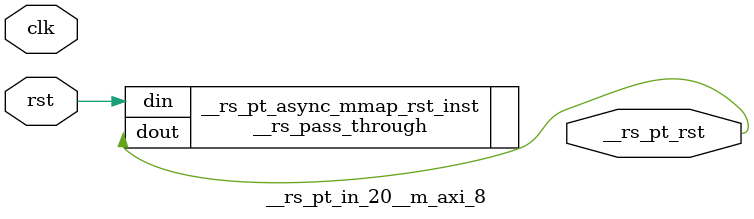
<source format=v>
`timescale 1 ns / 1 ps
/**   Generated by RapidStream   **/
module __rs_pt_in_20__m_axi_8 #(
    parameter BufferSize         = 32,
    parameter BufferSizeLog      = 5,
    parameter AddrWidth          = 64,
    parameter AxiSideAddrWidth   = 64,
    parameter DataWidth          = 512,
    parameter DataWidthBytesLog  = 6,
    parameter WaitTimeWidth      = 4,
    parameter BurstLenWidth      = 8,
    parameter EnableReadChannel  = 1,
    parameter EnableWriteChannel = 1,
    parameter MaxWaitTime        = 3,
    parameter MaxBurstLen        = 15
) (
    output wire __rs_pt_rst,
    input wire  clk,
    input wire  rst
);




__rs_pass_through #(
    .WIDTH (1)
) __rs_pt_async_mmap_rst_inst /**   Generated by RapidStream   **/ (
    .din  (rst),
    .dout (__rs_pt_rst)
);

endmodule  // __rs_pt_in_20__m_axi_8
</source>
